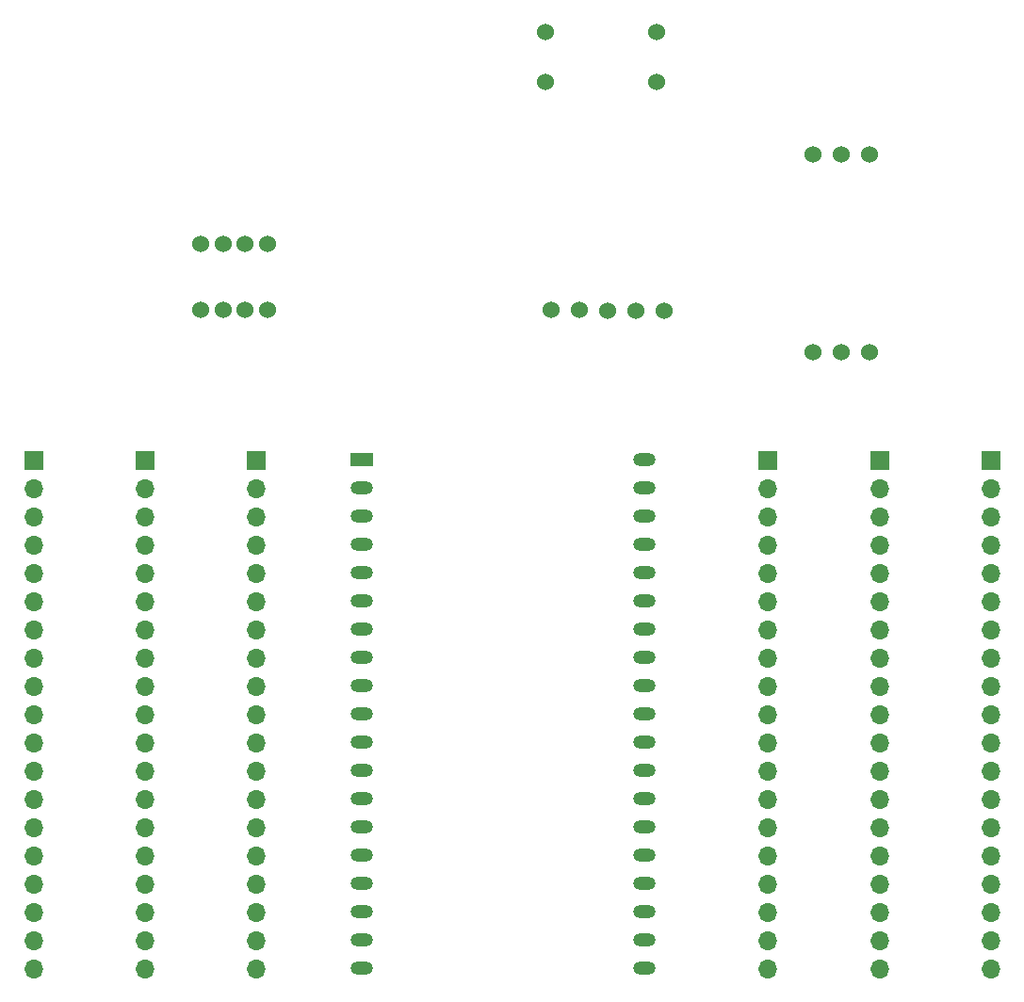
<source format=gbr>
%TF.GenerationSoftware,KiCad,Pcbnew,8.0.1*%
%TF.CreationDate,2024-03-28T18:08:05+03:00*%
%TF.ProjectId,esp32_board,65737033-325f-4626-9f61-72642e6b6963,rev?*%
%TF.SameCoordinates,Original*%
%TF.FileFunction,Soldermask,Bot*%
%TF.FilePolarity,Negative*%
%FSLAX46Y46*%
G04 Gerber Fmt 4.6, Leading zero omitted, Abs format (unit mm)*
G04 Created by KiCad (PCBNEW 8.0.1) date 2024-03-28 18:08:05*
%MOMM*%
%LPD*%
G01*
G04 APERTURE LIST*
%ADD10R,2.000000X1.200000*%
%ADD11O,2.000000X1.200000*%
%ADD12C,1.524000*%
%ADD13R,1.700000X1.700000*%
%ADD14O,1.700000X1.700000*%
G04 APERTURE END LIST*
D10*
%TO.C,U1*%
X134500000Y-92440000D03*
D11*
X134500000Y-94980000D03*
X134500000Y-97520000D03*
X134500000Y-100060000D03*
X134500000Y-102600000D03*
X134500000Y-105140000D03*
X134500000Y-107680000D03*
X134500000Y-110220000D03*
X134500000Y-112760000D03*
X134500000Y-115300000D03*
X134500000Y-117840000D03*
X134500000Y-120380000D03*
X134500000Y-122920000D03*
X134500000Y-125460000D03*
X134500000Y-128000000D03*
X134500000Y-130540000D03*
X134500000Y-133080000D03*
X134500000Y-135620000D03*
X134500000Y-138160000D03*
X159896320Y-138157280D03*
X159896320Y-135617280D03*
X159900000Y-133080000D03*
X159900000Y-130540000D03*
X159900000Y-128000000D03*
X159900000Y-125460000D03*
X159900000Y-122920000D03*
X159900000Y-120380000D03*
X159900000Y-117840000D03*
X159900000Y-115300000D03*
X159900000Y-112760000D03*
X159900000Y-110220000D03*
X159900000Y-107680000D03*
X159900000Y-105140000D03*
X159900000Y-102600000D03*
X159900000Y-100060000D03*
X159900000Y-97520000D03*
X159900000Y-94980000D03*
X159900000Y-92440000D03*
%TD*%
D12*
%TO.C,R1*%
X151000000Y-53988000D03*
X161000000Y-53988000D03*
%TD*%
%TO.C,relay2*%
X120000000Y-79000000D03*
X122000000Y-79000000D03*
X124000000Y-79000000D03*
X126000000Y-79000000D03*
%TD*%
%TO.C,R2*%
X151000000Y-58500000D03*
X161000000Y-58500000D03*
%TD*%
%TO.C,gps1*%
X151500000Y-79000000D03*
X154040000Y-79000000D03*
X156580000Y-79080000D03*
X159120000Y-79080000D03*
X161660000Y-79080000D03*
%TD*%
D13*
%TO.C,J5*%
X171000000Y-92480000D03*
D14*
X171000000Y-95020000D03*
X171000000Y-97560000D03*
X171000000Y-100100000D03*
X171000000Y-102640000D03*
X171000000Y-105180000D03*
X171000000Y-107720000D03*
X171000000Y-110260000D03*
X171000000Y-112800000D03*
X171000000Y-115340000D03*
X171000000Y-117880000D03*
X171000000Y-120420000D03*
X171000000Y-122960000D03*
X171000000Y-125500000D03*
X171000000Y-128040000D03*
X171000000Y-130580000D03*
X171000000Y-133120000D03*
X171000000Y-135660000D03*
X171000000Y-138200000D03*
%TD*%
D12*
%TO.C,compass1*%
X175000000Y-82800000D03*
X177540000Y-82800000D03*
X180080000Y-82800000D03*
X175000000Y-65000000D03*
X177540000Y-65000000D03*
X180080000Y-65000000D03*
%TD*%
D13*
%TO.C,J1*%
X191000000Y-92480000D03*
D14*
X191000000Y-95020000D03*
X191000000Y-97560000D03*
X191000000Y-100100000D03*
X191000000Y-102640000D03*
X191000000Y-105180000D03*
X191000000Y-107720000D03*
X191000000Y-110260000D03*
X191000000Y-112800000D03*
X191000000Y-115340000D03*
X191000000Y-117880000D03*
X191000000Y-120420000D03*
X191000000Y-122960000D03*
X191000000Y-125500000D03*
X191000000Y-128040000D03*
X191000000Y-130580000D03*
X191000000Y-133120000D03*
X191000000Y-135660000D03*
X191000000Y-138200000D03*
%TD*%
D12*
%TO.C,relay1*%
X120000000Y-73000000D03*
X122000000Y-73000000D03*
X124000000Y-73000000D03*
X126000000Y-73000000D03*
%TD*%
D13*
%TO.C,J4*%
X115000000Y-92480000D03*
D14*
X115000000Y-95020000D03*
X115000000Y-97560000D03*
X115000000Y-100100000D03*
X115000000Y-102640000D03*
X115000000Y-105180000D03*
X115000000Y-107720000D03*
X115000000Y-110260000D03*
X115000000Y-112800000D03*
X115000000Y-115340000D03*
X115000000Y-117880000D03*
X115000000Y-120420000D03*
X115000000Y-122960000D03*
X115000000Y-125500000D03*
X115000000Y-128040000D03*
X115000000Y-130580000D03*
X115000000Y-133120000D03*
X115000000Y-135660000D03*
X115000000Y-138200000D03*
%TD*%
D13*
%TO.C,J3*%
X125000000Y-92480000D03*
D14*
X125000000Y-95020000D03*
X125000000Y-97560000D03*
X125000000Y-100100000D03*
X125000000Y-102640000D03*
X125000000Y-105180000D03*
X125000000Y-107720000D03*
X125000000Y-110260000D03*
X125000000Y-112800000D03*
X125000000Y-115340000D03*
X125000000Y-117880000D03*
X125000000Y-120420000D03*
X125000000Y-122960000D03*
X125000000Y-125500000D03*
X125000000Y-128040000D03*
X125000000Y-130580000D03*
X125000000Y-133120000D03*
X125000000Y-135660000D03*
X125000000Y-138200000D03*
%TD*%
D13*
%TO.C,J2*%
X105000000Y-92480000D03*
D14*
X105000000Y-95020000D03*
X105000000Y-97560000D03*
X105000000Y-100100000D03*
X105000000Y-102640000D03*
X105000000Y-105180000D03*
X105000000Y-107720000D03*
X105000000Y-110260000D03*
X105000000Y-112800000D03*
X105000000Y-115340000D03*
X105000000Y-117880000D03*
X105000000Y-120420000D03*
X105000000Y-122960000D03*
X105000000Y-125500000D03*
X105000000Y-128040000D03*
X105000000Y-130580000D03*
X105000000Y-133120000D03*
X105000000Y-135660000D03*
X105000000Y-138200000D03*
%TD*%
D13*
%TO.C,J6*%
X181000000Y-92480000D03*
D14*
X181000000Y-95020000D03*
X181000000Y-97560000D03*
X181000000Y-100100000D03*
X181000000Y-102640000D03*
X181000000Y-105180000D03*
X181000000Y-107720000D03*
X181000000Y-110260000D03*
X181000000Y-112800000D03*
X181000000Y-115340000D03*
X181000000Y-117880000D03*
X181000000Y-120420000D03*
X181000000Y-122960000D03*
X181000000Y-125500000D03*
X181000000Y-128040000D03*
X181000000Y-130580000D03*
X181000000Y-133120000D03*
X181000000Y-135660000D03*
X181000000Y-138200000D03*
%TD*%
M02*

</source>
